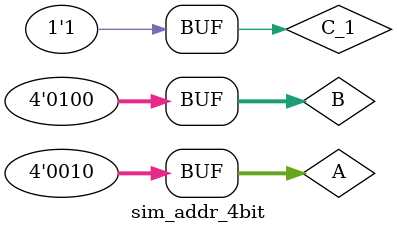
<source format=v>
`timescale 1ns / 1ps


module sim_addr_4bit();
    reg[3:0] A, B;
    reg C_1;
    wire [3:0]S;
    wire C3;
    
    initial begin
    A = 4'b0010;B = 4'b0100;C_1 = 1;
    end
    addr_4bit addr_4bit0(S, C3, A, B, C_1);
endmodule

</source>
